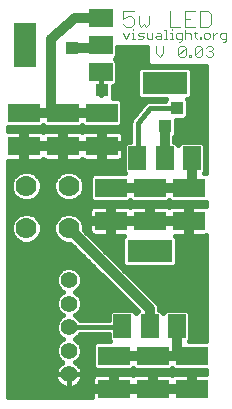
<source format=gtl>
G75*
G70*
%OFA0B0*%
%FSLAX24Y24*%
%IPPOS*%
%LPD*%
%AMOC8*
5,1,8,0,0,1.08239X$1,22.5*
%
%ADD10C,0.0040*%
%ADD11C,0.0030*%
%ADD12C,0.0700*%
%ADD13R,0.0760X0.1500*%
%ADD14R,0.0790X0.0590*%
%ADD15R,0.1500X0.0760*%
%ADD16R,0.0590X0.0790*%
%ADD17C,0.0555*%
%ADD18R,0.1063X0.0630*%
%ADD19C,0.0160*%
%ADD20R,0.0436X0.0436*%
%ADD21C,0.0320*%
D10*
X004857Y012700D02*
X004770Y012787D01*
X004857Y012700D02*
X005030Y012700D01*
X005117Y012787D01*
X005117Y012960D01*
X005030Y013047D01*
X004943Y013047D01*
X004770Y012960D01*
X004770Y013220D01*
X005117Y013220D01*
X005286Y013047D02*
X005286Y012787D01*
X005372Y012700D01*
X005459Y012787D01*
X005546Y012700D01*
X005633Y012787D01*
X005633Y013047D01*
X006317Y013220D02*
X006317Y012700D01*
X006664Y012700D01*
X006833Y012700D02*
X007180Y012700D01*
X007348Y012700D02*
X007608Y012700D01*
X007695Y012787D01*
X007695Y013134D01*
X007608Y013220D01*
X007348Y013220D01*
X007348Y012700D01*
X007006Y012960D02*
X006833Y012960D01*
X006833Y013220D02*
X006833Y012700D01*
X006833Y013220D02*
X007180Y013220D01*
D11*
X007171Y012537D02*
X007171Y012343D01*
X007219Y012295D01*
X007319Y012295D02*
X007367Y012295D01*
X007367Y012343D01*
X007319Y012343D01*
X007319Y012295D01*
X007219Y012488D02*
X007122Y012488D01*
X007021Y012440D02*
X007021Y012295D01*
X007021Y012440D02*
X006973Y012488D01*
X006876Y012488D01*
X006828Y012440D01*
X006828Y012585D02*
X006828Y012295D01*
X006726Y012295D02*
X006581Y012295D01*
X006533Y012343D01*
X006533Y012440D01*
X006581Y012488D01*
X006726Y012488D01*
X006726Y012247D01*
X006678Y012198D01*
X006630Y012198D01*
X006663Y012065D02*
X006602Y012004D01*
X006602Y011757D01*
X006849Y012004D01*
X006849Y011757D01*
X006787Y011695D01*
X006663Y011695D01*
X006602Y011757D01*
X006663Y012065D02*
X006787Y012065D01*
X006849Y012004D01*
X006970Y011757D02*
X007032Y011757D01*
X007032Y011695D01*
X006970Y011695D01*
X006970Y011757D01*
X007154Y011757D02*
X007216Y011695D01*
X007339Y011695D01*
X007401Y011757D01*
X007401Y012004D01*
X007154Y011757D01*
X007154Y012004D01*
X007216Y012065D01*
X007339Y012065D01*
X007401Y012004D01*
X007522Y012004D02*
X007584Y012065D01*
X007708Y012065D01*
X007769Y012004D01*
X007769Y011942D01*
X007708Y011880D01*
X007769Y011818D01*
X007769Y011757D01*
X007708Y011695D01*
X007584Y011695D01*
X007522Y011757D01*
X007646Y011880D02*
X007708Y011880D01*
X008103Y012198D02*
X008151Y012198D01*
X008200Y012247D01*
X008200Y012488D01*
X008055Y012488D01*
X008006Y012440D01*
X008006Y012343D01*
X008055Y012295D01*
X008200Y012295D01*
X007906Y012488D02*
X007857Y012488D01*
X007761Y012392D01*
X007761Y012488D02*
X007761Y012295D01*
X007659Y012343D02*
X007659Y012440D01*
X007611Y012488D01*
X007514Y012488D01*
X007466Y012440D01*
X007466Y012343D01*
X007514Y012295D01*
X007611Y012295D01*
X007659Y012343D01*
X006433Y012295D02*
X006336Y012295D01*
X006385Y012295D02*
X006385Y012488D01*
X006336Y012488D01*
X006385Y012585D02*
X006385Y012634D01*
X006188Y012585D02*
X006188Y012295D01*
X006140Y012295D02*
X006237Y012295D01*
X006039Y012295D02*
X005894Y012295D01*
X005845Y012343D01*
X005894Y012392D01*
X006039Y012392D01*
X006039Y012440D02*
X006039Y012295D01*
X006039Y012440D02*
X005991Y012488D01*
X005894Y012488D01*
X005744Y012488D02*
X005744Y012295D01*
X005599Y012295D01*
X005551Y012343D01*
X005551Y012488D01*
X005450Y012488D02*
X005304Y012488D01*
X005256Y012440D01*
X005304Y012392D01*
X005401Y012392D01*
X005450Y012343D01*
X005401Y012295D01*
X005256Y012295D01*
X005156Y012295D02*
X005060Y012295D01*
X005108Y012295D02*
X005108Y012488D01*
X005060Y012488D01*
X004958Y012488D02*
X004862Y012295D01*
X004765Y012488D01*
X005108Y012585D02*
X005108Y012634D01*
X005865Y012065D02*
X005865Y011818D01*
X005988Y011695D01*
X006112Y011818D01*
X006112Y012065D01*
X006140Y012585D02*
X006188Y012585D01*
D12*
X002955Y007385D03*
X002955Y005975D03*
X001545Y005975D03*
X001545Y007385D03*
D13*
X001500Y012080D03*
D14*
X004024Y012080D03*
X004024Y011174D03*
X004024Y012986D03*
D15*
X006150Y010830D03*
X005650Y005230D03*
D16*
X005650Y002706D03*
X006556Y002706D03*
X004744Y002706D03*
X005244Y008306D03*
X006150Y008306D03*
X007056Y008306D03*
D17*
X002959Y004255D03*
X002959Y003467D03*
X002959Y002680D03*
X002959Y001893D03*
X002959Y001105D03*
D18*
X004450Y000629D03*
X004450Y001731D03*
X005750Y001731D03*
X005750Y000629D03*
X007050Y000629D03*
X007050Y001731D03*
X006950Y006229D03*
X006950Y007331D03*
X005650Y007331D03*
X005650Y006229D03*
X004350Y006229D03*
X004350Y007331D03*
X004050Y008729D03*
X004050Y009831D03*
X002750Y009831D03*
X002750Y008729D03*
X001450Y008729D03*
X001450Y009831D03*
D19*
X000930Y008234D02*
X000930Y000360D01*
X003739Y000360D01*
X003739Y000551D01*
X004373Y000551D01*
X004373Y000706D01*
X004373Y001124D01*
X003895Y001124D01*
X003849Y001112D01*
X003808Y001088D01*
X003774Y001054D01*
X003751Y001013D01*
X003739Y000967D01*
X003739Y000706D01*
X004373Y000706D01*
X004527Y000706D01*
X004527Y001124D01*
X005005Y001124D01*
X005051Y001112D01*
X005092Y001088D01*
X005100Y001080D01*
X005108Y001088D01*
X005149Y001112D01*
X005195Y001124D01*
X005673Y001124D01*
X005673Y000706D01*
X005827Y000706D01*
X005827Y001124D01*
X006305Y001124D01*
X006351Y001112D01*
X006392Y001088D01*
X006400Y001080D01*
X006408Y001088D01*
X006449Y001112D01*
X006495Y001124D01*
X006973Y001124D01*
X006973Y000706D01*
X007127Y000706D01*
X007127Y001124D01*
X007540Y001124D01*
X007540Y001256D01*
X006452Y001256D01*
X006400Y001308D01*
X006348Y001256D01*
X005152Y001256D01*
X005100Y001308D01*
X005048Y001256D01*
X003852Y001256D01*
X003759Y001350D01*
X003759Y002112D01*
X003852Y002206D01*
X004328Y002206D01*
X004289Y002245D01*
X004289Y002440D01*
X003333Y002440D01*
X003330Y002432D01*
X003206Y002309D01*
X003151Y002286D01*
X003206Y002263D01*
X003330Y002140D01*
X003396Y001980D01*
X003396Y001806D01*
X003330Y001645D01*
X003206Y001522D01*
X003175Y001509D01*
X003198Y001496D01*
X003257Y001454D01*
X003308Y001403D01*
X003350Y001345D01*
X003383Y001281D01*
X003405Y001212D01*
X003416Y001141D01*
X003416Y001105D01*
X002959Y001105D01*
X002959Y001105D01*
X002959Y000648D01*
X002995Y000648D01*
X003066Y000659D01*
X003134Y000681D01*
X003198Y000714D01*
X003257Y000756D01*
X003308Y000807D01*
X003350Y000865D01*
X003383Y000930D01*
X003405Y000998D01*
X003416Y001069D01*
X003416Y001105D01*
X002959Y001105D01*
X002959Y001105D01*
X002959Y000648D01*
X002923Y000648D01*
X002852Y000659D01*
X002783Y000681D01*
X002719Y000714D01*
X002661Y000756D01*
X002610Y000807D01*
X002567Y000865D01*
X002535Y000930D01*
X002512Y000998D01*
X002501Y001069D01*
X002501Y001105D01*
X002959Y001105D01*
X002959Y001105D01*
X002501Y001105D01*
X002501Y001141D01*
X002512Y001212D01*
X002535Y001281D01*
X002567Y001345D01*
X002610Y001403D01*
X002661Y001454D01*
X002719Y001496D01*
X002743Y001509D01*
X002711Y001522D01*
X002588Y001645D01*
X002521Y001806D01*
X002521Y001980D01*
X002588Y002140D01*
X002711Y002263D01*
X002766Y002286D01*
X002711Y002309D01*
X002588Y002432D01*
X002521Y002593D01*
X002521Y002767D01*
X002588Y002928D01*
X002711Y003051D01*
X002766Y003074D01*
X002711Y003097D01*
X002588Y003220D01*
X002521Y003380D01*
X002521Y003554D01*
X002588Y003715D01*
X002711Y003838D01*
X002766Y003861D01*
X002711Y003884D01*
X002588Y004007D01*
X002521Y004168D01*
X002521Y004342D01*
X002588Y004503D01*
X002711Y004626D01*
X002872Y004692D01*
X003046Y004692D01*
X003206Y004626D01*
X003330Y004503D01*
X003396Y004342D01*
X003396Y004168D01*
X003330Y004007D01*
X003206Y003884D01*
X003151Y003861D01*
X003206Y003838D01*
X003330Y003715D01*
X003396Y003554D01*
X003396Y003380D01*
X003330Y003220D01*
X003206Y003097D01*
X003151Y003074D01*
X003206Y003051D01*
X003330Y002928D01*
X003333Y002920D01*
X004289Y002920D01*
X004289Y003168D01*
X004383Y003261D01*
X005106Y003261D01*
X005197Y003170D01*
X005252Y003225D01*
X003012Y005465D01*
X002853Y005465D01*
X002666Y005543D01*
X002522Y005686D01*
X002445Y005874D01*
X002445Y006077D01*
X002522Y006264D01*
X002666Y006408D01*
X002853Y006485D01*
X003056Y006485D01*
X003244Y006408D01*
X003387Y006264D01*
X003465Y006077D01*
X003465Y005918D01*
X005921Y003461D01*
X005970Y003344D01*
X005970Y003261D01*
X006011Y003261D01*
X006103Y003170D01*
X006194Y003261D01*
X006917Y003261D01*
X007011Y003168D01*
X007011Y002245D01*
X006972Y002206D01*
X007540Y002206D01*
X007540Y005743D01*
X007505Y005734D01*
X007027Y005734D01*
X007027Y006151D01*
X006873Y006151D01*
X006873Y005734D01*
X006502Y005734D01*
X006560Y005676D01*
X006560Y004784D01*
X006466Y004690D01*
X004834Y004690D01*
X004740Y004784D01*
X004740Y005676D01*
X004798Y005734D01*
X004427Y005734D01*
X004427Y006151D01*
X004273Y006151D01*
X004273Y005734D01*
X003795Y005734D01*
X003749Y005746D01*
X003708Y005770D01*
X003674Y005803D01*
X003651Y005844D01*
X003639Y005890D01*
X003639Y006151D01*
X004273Y006151D01*
X004273Y006306D01*
X004273Y006724D01*
X003795Y006724D01*
X003749Y006712D01*
X003708Y006688D01*
X003674Y006654D01*
X003651Y006613D01*
X003639Y006567D01*
X003639Y006306D01*
X004273Y006306D01*
X004427Y006306D01*
X004427Y006724D01*
X004905Y006724D01*
X004951Y006712D01*
X004992Y006688D01*
X005000Y006680D01*
X005008Y006688D01*
X005049Y006712D01*
X005095Y006724D01*
X005573Y006724D01*
X005573Y006306D01*
X005727Y006306D01*
X005727Y006724D01*
X006205Y006724D01*
X006251Y006712D01*
X006292Y006688D01*
X006300Y006680D01*
X006308Y006688D01*
X006349Y006712D01*
X006395Y006724D01*
X006873Y006724D01*
X006873Y006306D01*
X007027Y006306D01*
X007027Y006724D01*
X007505Y006724D01*
X007540Y006714D01*
X007540Y006856D01*
X006352Y006856D01*
X006300Y006908D01*
X006248Y006856D01*
X005052Y006856D01*
X005000Y006908D01*
X004948Y006856D01*
X003752Y006856D01*
X003659Y006950D01*
X003659Y007712D01*
X003752Y007806D01*
X004828Y007806D01*
X004789Y007845D01*
X004789Y008768D01*
X004883Y008861D01*
X005010Y008861D01*
X005010Y009467D01*
X005006Y009501D01*
X005010Y009514D01*
X005010Y009528D01*
X005023Y009560D01*
X005033Y009593D01*
X005041Y009603D01*
X005047Y009616D01*
X005071Y009640D01*
X005441Y010103D01*
X005447Y010116D01*
X005471Y010140D01*
X005492Y010167D01*
X005504Y010174D01*
X005514Y010183D01*
X005546Y010197D01*
X005576Y010213D01*
X005590Y010215D01*
X005602Y010220D01*
X005637Y010220D01*
X005671Y010224D01*
X005684Y010220D01*
X006172Y010220D01*
X006172Y010264D01*
X006198Y010290D01*
X005334Y010290D01*
X005240Y010384D01*
X005240Y011276D01*
X005334Y011370D01*
X006966Y011370D01*
X007060Y011276D01*
X007060Y010384D01*
X006966Y010290D01*
X006902Y010290D01*
X006928Y010264D01*
X006928Y009696D01*
X006834Y009602D01*
X006528Y009602D01*
X006528Y009096D01*
X006470Y009038D01*
X006470Y008861D01*
X006511Y008861D01*
X006603Y008770D01*
X006694Y008861D01*
X007417Y008861D01*
X007511Y008768D01*
X007511Y007845D01*
X007472Y007806D01*
X007540Y007806D01*
X007540Y011387D01*
X005706Y011387D01*
X005685Y011389D01*
X005665Y011395D01*
X005646Y011403D01*
X005628Y011413D01*
X005611Y011426D01*
X005596Y011441D01*
X005583Y011458D01*
X005573Y011476D01*
X005565Y011495D01*
X005559Y011515D01*
X005557Y011536D01*
X005557Y012013D01*
X004633Y012013D01*
X004612Y012016D01*
X004592Y012021D01*
X004579Y012027D01*
X004579Y011719D01*
X004487Y011627D01*
X004579Y011536D01*
X004579Y010813D01*
X004485Y010719D01*
X004428Y010719D01*
X004428Y010306D01*
X004648Y010306D01*
X004741Y010212D01*
X004741Y009450D01*
X004648Y009356D01*
X003452Y009356D01*
X003400Y009408D01*
X003348Y009356D01*
X002152Y009356D01*
X002100Y009408D01*
X002048Y009356D01*
X000930Y009356D01*
X000930Y009224D01*
X001373Y009224D01*
X001373Y008806D01*
X001527Y008806D01*
X001527Y009224D01*
X002005Y009224D01*
X002051Y009212D01*
X002092Y009188D01*
X002100Y009180D01*
X002108Y009188D01*
X002149Y009212D01*
X002195Y009224D01*
X002673Y009224D01*
X002673Y008806D01*
X002827Y008806D01*
X002827Y009224D01*
X003305Y009224D01*
X003351Y009212D01*
X003392Y009188D01*
X003400Y009180D01*
X003408Y009188D01*
X003449Y009212D01*
X003495Y009224D01*
X003973Y009224D01*
X003973Y008806D01*
X004127Y008806D01*
X004127Y009224D01*
X004605Y009224D01*
X004651Y009212D01*
X004692Y009188D01*
X004726Y009154D01*
X004749Y009113D01*
X004761Y009067D01*
X004761Y008806D01*
X004127Y008806D01*
X004127Y008651D01*
X004127Y008234D01*
X004605Y008234D01*
X004651Y008246D01*
X004692Y008270D01*
X004726Y008303D01*
X004749Y008344D01*
X004761Y008390D01*
X004761Y008651D01*
X004127Y008651D01*
X003973Y008651D01*
X003973Y008234D01*
X003495Y008234D01*
X003449Y008246D01*
X003408Y008270D01*
X003400Y008278D01*
X003392Y008270D01*
X003351Y008246D01*
X003305Y008234D01*
X002827Y008234D01*
X002827Y008651D01*
X002673Y008651D01*
X002673Y008234D01*
X002195Y008234D01*
X002149Y008246D01*
X002108Y008270D01*
X002100Y008278D01*
X002092Y008270D01*
X002051Y008246D01*
X002005Y008234D01*
X001527Y008234D01*
X001527Y008651D01*
X001373Y008651D01*
X001373Y008234D01*
X000930Y008234D01*
X000930Y008213D02*
X004789Y008213D01*
X004789Y008055D02*
X000930Y008055D01*
X000930Y007896D02*
X004789Y007896D01*
X004789Y008372D02*
X004757Y008372D01*
X004761Y008530D02*
X004789Y008530D01*
X004789Y008689D02*
X004127Y008689D01*
X004127Y008847D02*
X003973Y008847D01*
X003973Y008806D02*
X003973Y008651D01*
X002827Y008651D01*
X002827Y008806D01*
X003339Y008806D01*
X003973Y008806D01*
X003973Y008689D02*
X002827Y008689D01*
X002827Y008847D02*
X002673Y008847D01*
X002673Y008806D02*
X002161Y008806D01*
X001527Y008806D01*
X001527Y008651D01*
X002673Y008651D01*
X002673Y008806D01*
X002673Y008689D02*
X001527Y008689D01*
X001527Y008847D02*
X001373Y008847D01*
X001373Y009006D02*
X001527Y009006D01*
X001527Y009164D02*
X001373Y009164D01*
X001373Y008530D02*
X001527Y008530D01*
X001527Y008372D02*
X001373Y008372D01*
X001444Y007895D02*
X001256Y007817D01*
X001113Y007674D01*
X001035Y007486D01*
X001035Y007283D01*
X001113Y007096D01*
X001256Y006952D01*
X001444Y006875D01*
X001647Y006875D01*
X001834Y006952D01*
X001978Y007096D01*
X002055Y007283D01*
X002055Y007486D01*
X001978Y007674D01*
X001834Y007817D01*
X001647Y007895D01*
X001444Y007895D01*
X001177Y007738D02*
X000930Y007738D01*
X000930Y007579D02*
X001074Y007579D01*
X001035Y007421D02*
X000930Y007421D01*
X000930Y007262D02*
X001044Y007262D01*
X001110Y007104D02*
X000930Y007104D01*
X000930Y006945D02*
X001274Y006945D01*
X001444Y006485D02*
X001256Y006408D01*
X001113Y006264D01*
X001035Y006077D01*
X001035Y005874D01*
X001113Y005686D01*
X001256Y005543D01*
X001444Y005465D01*
X001647Y005465D01*
X001834Y005543D01*
X001978Y005686D01*
X002055Y005874D01*
X002055Y006077D01*
X001978Y006264D01*
X001834Y006408D01*
X001647Y006485D01*
X001444Y006485D01*
X001406Y006470D02*
X000930Y006470D01*
X000930Y006628D02*
X003659Y006628D01*
X003639Y006470D02*
X003094Y006470D01*
X003056Y006875D02*
X003244Y006952D01*
X003387Y007096D01*
X003465Y007283D01*
X003465Y007486D01*
X003387Y007674D01*
X003244Y007817D01*
X003056Y007895D01*
X002853Y007895D01*
X002666Y007817D01*
X002522Y007674D01*
X002445Y007486D01*
X002445Y007283D01*
X002522Y007096D01*
X002666Y006952D01*
X002853Y006875D01*
X003056Y006875D01*
X003226Y006945D02*
X003663Y006945D01*
X003659Y007104D02*
X003390Y007104D01*
X003456Y007262D02*
X003659Y007262D01*
X003659Y007421D02*
X003465Y007421D01*
X003426Y007579D02*
X003659Y007579D01*
X003684Y007738D02*
X003323Y007738D01*
X002827Y008372D02*
X002673Y008372D01*
X002673Y008530D02*
X002827Y008530D01*
X002827Y009006D02*
X002673Y009006D01*
X002673Y009164D02*
X002827Y009164D01*
X002586Y007738D02*
X001914Y007738D01*
X002017Y007579D02*
X002483Y007579D01*
X002445Y007421D02*
X002055Y007421D01*
X002046Y007262D02*
X002454Y007262D01*
X002519Y007104D02*
X001981Y007104D01*
X001816Y006945D02*
X002684Y006945D01*
X002815Y006470D02*
X001685Y006470D01*
X001931Y006311D02*
X002569Y006311D01*
X002476Y006153D02*
X002024Y006153D01*
X002055Y005994D02*
X002445Y005994D01*
X002461Y005836D02*
X002039Y005836D01*
X001968Y005677D02*
X002532Y005677D01*
X002725Y005519D02*
X001775Y005519D01*
X001315Y005519D02*
X000930Y005519D01*
X000930Y005677D02*
X001122Y005677D01*
X001051Y005836D02*
X000930Y005836D01*
X000930Y005994D02*
X001035Y005994D01*
X001067Y006153D02*
X000930Y006153D01*
X000930Y006311D02*
X001160Y006311D01*
X000930Y006787D02*
X007540Y006787D01*
X007027Y006628D02*
X006873Y006628D01*
X006873Y006470D02*
X007027Y006470D01*
X007027Y006311D02*
X006873Y006311D01*
X006873Y006306D02*
X006873Y006151D01*
X005727Y006151D01*
X005727Y006306D01*
X006361Y006306D01*
X006873Y006306D01*
X006873Y006153D02*
X005727Y006153D01*
X005727Y006311D02*
X005573Y006311D01*
X005573Y006306D02*
X005573Y006151D01*
X004427Y006151D01*
X004427Y006306D01*
X005061Y006306D01*
X005573Y006306D01*
X005573Y006153D02*
X004427Y006153D01*
X004427Y006311D02*
X004273Y006311D01*
X004273Y006153D02*
X003433Y006153D01*
X003465Y005994D02*
X003639Y005994D01*
X003656Y005836D02*
X003547Y005836D01*
X003706Y005677D02*
X004741Y005677D01*
X004740Y005519D02*
X003864Y005519D01*
X004023Y005360D02*
X004740Y005360D01*
X004740Y005202D02*
X004181Y005202D01*
X004340Y005043D02*
X004740Y005043D01*
X004740Y004885D02*
X004498Y004885D01*
X004657Y004726D02*
X004798Y004726D01*
X004815Y004568D02*
X007540Y004568D01*
X007540Y004726D02*
X006502Y004726D01*
X006560Y004885D02*
X007540Y004885D01*
X007540Y005043D02*
X006560Y005043D01*
X006560Y005202D02*
X007540Y005202D01*
X007540Y005360D02*
X006560Y005360D01*
X006560Y005519D02*
X007540Y005519D01*
X007540Y005677D02*
X006559Y005677D01*
X006873Y005836D02*
X007027Y005836D01*
X007027Y005994D02*
X006873Y005994D01*
X007540Y004409D02*
X004974Y004409D01*
X005132Y004251D02*
X007540Y004251D01*
X007540Y004092D02*
X005291Y004092D01*
X005449Y003934D02*
X007540Y003934D01*
X007540Y003775D02*
X005608Y003775D01*
X005766Y003617D02*
X007540Y003617D01*
X007540Y003458D02*
X005923Y003458D01*
X005970Y003300D02*
X007540Y003300D01*
X007540Y003141D02*
X007011Y003141D01*
X007011Y002983D02*
X007540Y002983D01*
X007540Y002824D02*
X007011Y002824D01*
X007011Y002666D02*
X007540Y002666D01*
X007540Y002507D02*
X007011Y002507D01*
X007011Y002349D02*
X007540Y002349D01*
X007540Y001239D02*
X003396Y001239D01*
X003312Y001398D02*
X003759Y001398D01*
X003759Y001556D02*
X003241Y001556D01*
X003358Y001715D02*
X003759Y001715D01*
X003759Y001873D02*
X003396Y001873D01*
X003375Y002032D02*
X003759Y002032D01*
X003836Y002190D02*
X003280Y002190D01*
X003246Y002349D02*
X004289Y002349D01*
X004671Y002680D02*
X002959Y002680D01*
X003251Y003141D02*
X004289Y003141D01*
X004289Y002983D02*
X003275Y002983D01*
X003363Y003300D02*
X005178Y003300D01*
X005019Y003458D02*
X003396Y003458D01*
X003370Y003617D02*
X004861Y003617D01*
X004702Y003775D02*
X003270Y003775D01*
X003256Y003934D02*
X004544Y003934D01*
X004385Y004092D02*
X003365Y004092D01*
X003396Y004251D02*
X004227Y004251D01*
X004068Y004409D02*
X003368Y004409D01*
X003265Y004568D02*
X003910Y004568D01*
X003751Y004726D02*
X000930Y004726D01*
X000930Y004568D02*
X002653Y004568D01*
X002549Y004409D02*
X000930Y004409D01*
X000930Y004251D02*
X002521Y004251D01*
X002553Y004092D02*
X000930Y004092D01*
X000930Y003934D02*
X002661Y003934D01*
X002648Y003775D02*
X000930Y003775D01*
X000930Y003617D02*
X002547Y003617D01*
X002521Y003458D02*
X000930Y003458D01*
X000930Y003300D02*
X002555Y003300D01*
X002666Y003141D02*
X000930Y003141D01*
X000930Y002983D02*
X002642Y002983D01*
X002545Y002824D02*
X000930Y002824D01*
X000930Y002666D02*
X002521Y002666D01*
X002557Y002507D02*
X000930Y002507D01*
X000930Y002349D02*
X002671Y002349D01*
X002637Y002190D02*
X000930Y002190D01*
X000930Y002032D02*
X002543Y002032D01*
X002521Y001873D02*
X000930Y001873D01*
X000930Y001715D02*
X002559Y001715D01*
X002677Y001556D02*
X000930Y001556D01*
X000930Y001398D02*
X002606Y001398D01*
X002521Y001239D02*
X000930Y001239D01*
X000930Y001081D02*
X002501Y001081D01*
X002539Y000922D02*
X000930Y000922D01*
X000930Y000764D02*
X002653Y000764D01*
X002959Y000764D02*
X002959Y000764D01*
X002959Y000922D02*
X002959Y000922D01*
X002959Y001081D02*
X002959Y001081D01*
X003264Y000764D02*
X003739Y000764D01*
X003739Y000922D02*
X003379Y000922D01*
X003416Y001081D02*
X003801Y001081D01*
X003739Y000447D02*
X000930Y000447D01*
X000930Y000605D02*
X004373Y000605D01*
X004373Y000764D02*
X004527Y000764D01*
X004527Y000706D02*
X005161Y000706D01*
X005673Y000706D01*
X005673Y000551D01*
X004527Y000551D01*
X004527Y000706D01*
X004527Y000605D02*
X005673Y000605D01*
X005673Y000764D02*
X005827Y000764D01*
X005827Y000706D02*
X006339Y000706D01*
X006973Y000706D01*
X006973Y000551D01*
X005827Y000551D01*
X005827Y000706D01*
X005827Y000605D02*
X006973Y000605D01*
X006973Y000764D02*
X007127Y000764D01*
X007127Y000922D02*
X006973Y000922D01*
X006973Y001081D02*
X007127Y001081D01*
X006401Y001081D02*
X006399Y001081D01*
X005827Y001081D02*
X005673Y001081D01*
X005673Y000922D02*
X005827Y000922D01*
X005101Y001081D02*
X005099Y001081D01*
X004527Y001081D02*
X004373Y001081D01*
X004373Y000922D02*
X004527Y000922D01*
X004671Y002680D02*
X004744Y002706D01*
X003593Y004885D02*
X000930Y004885D01*
X000930Y005043D02*
X003434Y005043D01*
X003276Y005202D02*
X000930Y005202D01*
X000930Y005360D02*
X003117Y005360D01*
X003340Y006311D02*
X003639Y006311D01*
X004273Y006470D02*
X004427Y006470D01*
X004427Y006628D02*
X004273Y006628D01*
X004273Y005994D02*
X004427Y005994D01*
X004427Y005836D02*
X004273Y005836D01*
X005573Y006470D02*
X005727Y006470D01*
X005727Y006628D02*
X005573Y006628D01*
X005244Y008306D02*
X005250Y008312D01*
X005250Y009480D01*
X005650Y009980D01*
X006550Y009980D01*
X006872Y009640D02*
X007540Y009640D01*
X007540Y009798D02*
X006928Y009798D01*
X006928Y009957D02*
X007540Y009957D01*
X007540Y010115D02*
X006928Y010115D01*
X006919Y010274D02*
X007540Y010274D01*
X007540Y010432D02*
X007060Y010432D01*
X007060Y010591D02*
X007540Y010591D01*
X007540Y010749D02*
X007060Y010749D01*
X007060Y010908D02*
X007540Y010908D01*
X007540Y011066D02*
X007060Y011066D01*
X007060Y011225D02*
X007540Y011225D01*
X007540Y011383D02*
X004579Y011383D01*
X004579Y011225D02*
X005240Y011225D01*
X005240Y011066D02*
X004579Y011066D01*
X004579Y010908D02*
X005240Y010908D01*
X005240Y010749D02*
X004514Y010749D01*
X004428Y010591D02*
X005240Y010591D01*
X005240Y010432D02*
X004428Y010432D01*
X004680Y010274D02*
X006181Y010274D01*
X006528Y009481D02*
X007540Y009481D01*
X007540Y009323D02*
X006528Y009323D01*
X006528Y009164D02*
X007540Y009164D01*
X007540Y009006D02*
X006470Y009006D01*
X006526Y008847D02*
X006680Y008847D01*
X007431Y008847D02*
X007540Y008847D01*
X007540Y008689D02*
X007511Y008689D01*
X007511Y008530D02*
X007540Y008530D01*
X007540Y008372D02*
X007511Y008372D01*
X007511Y008213D02*
X007540Y008213D01*
X007540Y008055D02*
X007511Y008055D01*
X007511Y007896D02*
X007540Y007896D01*
X005557Y011542D02*
X004573Y011542D01*
X004560Y011700D02*
X005557Y011700D01*
X005557Y011859D02*
X004579Y011859D01*
X004579Y012017D02*
X004608Y012017D01*
X004024Y011174D02*
X004024Y010406D01*
X004050Y010580D01*
X004741Y010115D02*
X005446Y010115D01*
X005324Y009957D02*
X004741Y009957D01*
X004741Y009798D02*
X005197Y009798D01*
X005070Y009640D02*
X004741Y009640D01*
X004741Y009481D02*
X005008Y009481D01*
X005010Y009323D02*
X000930Y009323D01*
X003973Y009164D02*
X004127Y009164D01*
X004127Y009006D02*
X003973Y009006D01*
X003973Y008530D02*
X004127Y008530D01*
X004127Y008372D02*
X003973Y008372D01*
X004716Y009164D02*
X005010Y009164D01*
X005010Y009006D02*
X004761Y009006D01*
X004761Y008847D02*
X004869Y008847D01*
D20*
X004050Y010580D03*
X003050Y011980D03*
X006150Y009380D03*
X006550Y009980D03*
D21*
X006150Y009380D02*
X006150Y008306D01*
X005650Y007331D02*
X004350Y007331D01*
X005650Y007331D02*
X006950Y007331D01*
X007056Y007420D01*
X007056Y008306D01*
X004050Y009831D02*
X002750Y009831D01*
X002350Y009831D01*
X001450Y009831D01*
X002350Y009831D02*
X002350Y012280D01*
X003156Y012986D01*
X004024Y012986D01*
X004024Y012080D02*
X003924Y011980D01*
X003050Y011980D01*
X002955Y005975D02*
X005650Y003280D01*
X005650Y002706D01*
X005750Y001731D02*
X004450Y001731D01*
X005750Y001731D02*
X007050Y001731D01*
X006556Y001720D01*
X006556Y002706D01*
M02*

</source>
